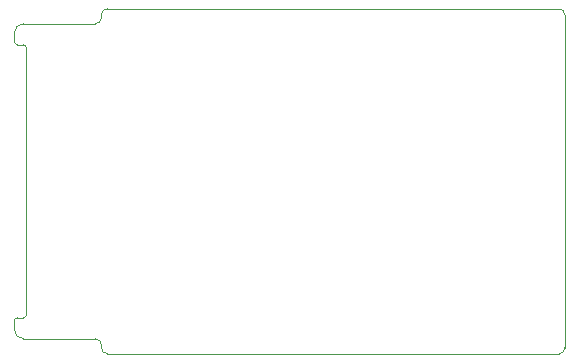
<source format=gbr>
%FSLAX46Y46*%
G04 Gerber Fmt 4.6, Leading zero omitted, Abs format (unit mm)*
G04 Created by KiCad (PCBNEW (2014-10-27 BZR 5228)-product) date 5/6/2015 10:21:38 PM*
%MOMM*%
G01*
G04 APERTURE LIST*
%ADD10C,0.100000*%
G04 APERTURE END LIST*
D10*
X6858000Y-1270000D02*
G75*
G03X7366000Y-762000I0J508000D01*
G01*
X7366000Y-28448000D02*
G75*
G03X6858000Y-27940000I-508000J0D01*
G01*
X7366000Y-28702000D02*
G75*
G03X7874000Y-29210000I508000J0D01*
G01*
X46101000Y-29210000D02*
G75*
G03X46609000Y-28702000I0J508000D01*
G01*
X46609000Y-508000D02*
G75*
G03X46101000Y0I-508000J0D01*
G01*
X7874000Y0D02*
G75*
G03X7366000Y-508000I0J-508000D01*
G01*
X7874000Y-29210000D02*
X46101000Y-29210000D01*
X7366000Y-28448000D02*
X7366000Y-28702000D01*
X7874000Y0D02*
X46101000Y0D01*
X7366000Y-762000D02*
X7366000Y-508000D01*
X6858000Y-1270000D02*
X762000Y-1270000D01*
X6858000Y-27940000D02*
X762000Y-27940000D01*
X254000Y-26162000D02*
X762000Y-26162000D01*
X0Y-27178000D02*
X0Y-26416000D01*
X0Y-27178000D02*
G75*
G03X762000Y-27940000I762000J0D01*
G01*
X254000Y-26162000D02*
G75*
G03X0Y-26416000I0J-254000D01*
G01*
X762000Y-26162000D02*
G75*
G03X1016000Y-25908000I0J254000D01*
G01*
X1016000Y-3302000D02*
X1016000Y-25908000D01*
X254000Y-3048000D02*
X762000Y-3048000D01*
X0Y-2032000D02*
X0Y-2794000D01*
X1016000Y-3302000D02*
G75*
G03X762000Y-3048000I-254000J0D01*
G01*
X0Y-2794000D02*
G75*
G03X254000Y-3048000I254000J0D01*
G01*
X762000Y-1270000D02*
G75*
G03X0Y-2032000I0J-762000D01*
G01*
X46609000Y-508000D02*
X46609000Y-28702000D01*
M02*

</source>
